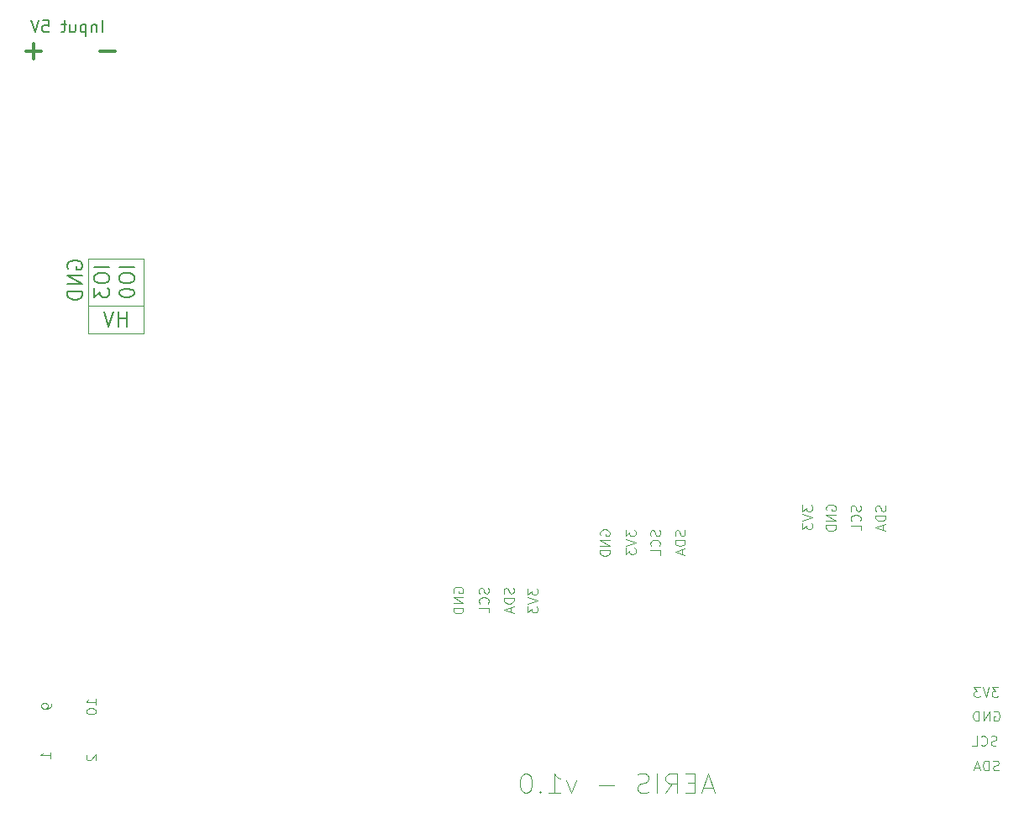
<source format=gbo>
%TF.GenerationSoftware,KiCad,Pcbnew,9.0.5*%
%TF.CreationDate,2025-11-19T18:58:22+01:00*%
%TF.ProjectId,aeris,61657269-732e-46b6-9963-61645f706362,rev?*%
%TF.SameCoordinates,Original*%
%TF.FileFunction,Legend,Bot*%
%TF.FilePolarity,Positive*%
%FSLAX46Y46*%
G04 Gerber Fmt 4.6, Leading zero omitted, Abs format (unit mm)*
G04 Created by KiCad (PCBNEW 9.0.5) date 2025-11-19 18:58:22*
%MOMM*%
%LPD*%
G01*
G04 APERTURE LIST*
%ADD10C,0.100000*%
%ADD11C,0.150000*%
%ADD12C,0.200000*%
%ADD13C,0.300000*%
G04 APERTURE END LIST*
D10*
X134643734Y-101924800D02*
X134500877Y-101972419D01*
X134500877Y-101972419D02*
X134262782Y-101972419D01*
X134262782Y-101972419D02*
X134167544Y-101924800D01*
X134167544Y-101924800D02*
X134119925Y-101877180D01*
X134119925Y-101877180D02*
X134072306Y-101781942D01*
X134072306Y-101781942D02*
X134072306Y-101686704D01*
X134072306Y-101686704D02*
X134119925Y-101591466D01*
X134119925Y-101591466D02*
X134167544Y-101543847D01*
X134167544Y-101543847D02*
X134262782Y-101496228D01*
X134262782Y-101496228D02*
X134453258Y-101448609D01*
X134453258Y-101448609D02*
X134548496Y-101400990D01*
X134548496Y-101400990D02*
X134596115Y-101353371D01*
X134596115Y-101353371D02*
X134643734Y-101258133D01*
X134643734Y-101258133D02*
X134643734Y-101162895D01*
X134643734Y-101162895D02*
X134596115Y-101067657D01*
X134596115Y-101067657D02*
X134548496Y-101020038D01*
X134548496Y-101020038D02*
X134453258Y-100972419D01*
X134453258Y-100972419D02*
X134215163Y-100972419D01*
X134215163Y-100972419D02*
X134072306Y-101020038D01*
X133072306Y-101877180D02*
X133119925Y-101924800D01*
X133119925Y-101924800D02*
X133262782Y-101972419D01*
X133262782Y-101972419D02*
X133358020Y-101972419D01*
X133358020Y-101972419D02*
X133500877Y-101924800D01*
X133500877Y-101924800D02*
X133596115Y-101829561D01*
X133596115Y-101829561D02*
X133643734Y-101734323D01*
X133643734Y-101734323D02*
X133691353Y-101543847D01*
X133691353Y-101543847D02*
X133691353Y-101400990D01*
X133691353Y-101400990D02*
X133643734Y-101210514D01*
X133643734Y-101210514D02*
X133596115Y-101115276D01*
X133596115Y-101115276D02*
X133500877Y-101020038D01*
X133500877Y-101020038D02*
X133358020Y-100972419D01*
X133358020Y-100972419D02*
X133262782Y-100972419D01*
X133262782Y-100972419D02*
X133119925Y-101020038D01*
X133119925Y-101020038D02*
X133072306Y-101067657D01*
X132167544Y-101972419D02*
X132643734Y-101972419D01*
X132643734Y-101972419D02*
X132643734Y-100972419D01*
X134843734Y-104424800D02*
X134700877Y-104472419D01*
X134700877Y-104472419D02*
X134462782Y-104472419D01*
X134462782Y-104472419D02*
X134367544Y-104424800D01*
X134367544Y-104424800D02*
X134319925Y-104377180D01*
X134319925Y-104377180D02*
X134272306Y-104281942D01*
X134272306Y-104281942D02*
X134272306Y-104186704D01*
X134272306Y-104186704D02*
X134319925Y-104091466D01*
X134319925Y-104091466D02*
X134367544Y-104043847D01*
X134367544Y-104043847D02*
X134462782Y-103996228D01*
X134462782Y-103996228D02*
X134653258Y-103948609D01*
X134653258Y-103948609D02*
X134748496Y-103900990D01*
X134748496Y-103900990D02*
X134796115Y-103853371D01*
X134796115Y-103853371D02*
X134843734Y-103758133D01*
X134843734Y-103758133D02*
X134843734Y-103662895D01*
X134843734Y-103662895D02*
X134796115Y-103567657D01*
X134796115Y-103567657D02*
X134748496Y-103520038D01*
X134748496Y-103520038D02*
X134653258Y-103472419D01*
X134653258Y-103472419D02*
X134415163Y-103472419D01*
X134415163Y-103472419D02*
X134272306Y-103520038D01*
X133843734Y-104472419D02*
X133843734Y-103472419D01*
X133843734Y-103472419D02*
X133605639Y-103472419D01*
X133605639Y-103472419D02*
X133462782Y-103520038D01*
X133462782Y-103520038D02*
X133367544Y-103615276D01*
X133367544Y-103615276D02*
X133319925Y-103710514D01*
X133319925Y-103710514D02*
X133272306Y-103900990D01*
X133272306Y-103900990D02*
X133272306Y-104043847D01*
X133272306Y-104043847D02*
X133319925Y-104234323D01*
X133319925Y-104234323D02*
X133367544Y-104329561D01*
X133367544Y-104329561D02*
X133462782Y-104424800D01*
X133462782Y-104424800D02*
X133605639Y-104472419D01*
X133605639Y-104472419D02*
X133843734Y-104472419D01*
X132891353Y-104186704D02*
X132415163Y-104186704D01*
X132986591Y-104472419D02*
X132653258Y-103472419D01*
X132653258Y-103472419D02*
X132319925Y-104472419D01*
X134791353Y-96072419D02*
X134172306Y-96072419D01*
X134172306Y-96072419D02*
X134505639Y-96453371D01*
X134505639Y-96453371D02*
X134362782Y-96453371D01*
X134362782Y-96453371D02*
X134267544Y-96500990D01*
X134267544Y-96500990D02*
X134219925Y-96548609D01*
X134219925Y-96548609D02*
X134172306Y-96643847D01*
X134172306Y-96643847D02*
X134172306Y-96881942D01*
X134172306Y-96881942D02*
X134219925Y-96977180D01*
X134219925Y-96977180D02*
X134267544Y-97024800D01*
X134267544Y-97024800D02*
X134362782Y-97072419D01*
X134362782Y-97072419D02*
X134648496Y-97072419D01*
X134648496Y-97072419D02*
X134743734Y-97024800D01*
X134743734Y-97024800D02*
X134791353Y-96977180D01*
X133886591Y-96072419D02*
X133553258Y-97072419D01*
X133553258Y-97072419D02*
X133219925Y-96072419D01*
X132981829Y-96072419D02*
X132362782Y-96072419D01*
X132362782Y-96072419D02*
X132696115Y-96453371D01*
X132696115Y-96453371D02*
X132553258Y-96453371D01*
X132553258Y-96453371D02*
X132458020Y-96500990D01*
X132458020Y-96500990D02*
X132410401Y-96548609D01*
X132410401Y-96548609D02*
X132362782Y-96643847D01*
X132362782Y-96643847D02*
X132362782Y-96881942D01*
X132362782Y-96881942D02*
X132410401Y-96977180D01*
X132410401Y-96977180D02*
X132458020Y-97024800D01*
X132458020Y-97024800D02*
X132553258Y-97072419D01*
X132553258Y-97072419D02*
X132838972Y-97072419D01*
X132838972Y-97072419D02*
X132934210Y-97024800D01*
X132934210Y-97024800D02*
X132981829Y-96977180D01*
X134372306Y-98520038D02*
X134467544Y-98472419D01*
X134467544Y-98472419D02*
X134610401Y-98472419D01*
X134610401Y-98472419D02*
X134753258Y-98520038D01*
X134753258Y-98520038D02*
X134848496Y-98615276D01*
X134848496Y-98615276D02*
X134896115Y-98710514D01*
X134896115Y-98710514D02*
X134943734Y-98900990D01*
X134943734Y-98900990D02*
X134943734Y-99043847D01*
X134943734Y-99043847D02*
X134896115Y-99234323D01*
X134896115Y-99234323D02*
X134848496Y-99329561D01*
X134848496Y-99329561D02*
X134753258Y-99424800D01*
X134753258Y-99424800D02*
X134610401Y-99472419D01*
X134610401Y-99472419D02*
X134515163Y-99472419D01*
X134515163Y-99472419D02*
X134372306Y-99424800D01*
X134372306Y-99424800D02*
X134324687Y-99377180D01*
X134324687Y-99377180D02*
X134324687Y-99043847D01*
X134324687Y-99043847D02*
X134515163Y-99043847D01*
X133896115Y-99472419D02*
X133896115Y-98472419D01*
X133896115Y-98472419D02*
X133324687Y-99472419D01*
X133324687Y-99472419D02*
X133324687Y-98472419D01*
X132848496Y-99472419D02*
X132848496Y-98472419D01*
X132848496Y-98472419D02*
X132610401Y-98472419D01*
X132610401Y-98472419D02*
X132467544Y-98520038D01*
X132467544Y-98520038D02*
X132372306Y-98615276D01*
X132372306Y-98615276D02*
X132324687Y-98710514D01*
X132324687Y-98710514D02*
X132277068Y-98900990D01*
X132277068Y-98900990D02*
X132277068Y-99043847D01*
X132277068Y-99043847D02*
X132324687Y-99234323D01*
X132324687Y-99234323D02*
X132372306Y-99329561D01*
X132372306Y-99329561D02*
X132467544Y-99424800D01*
X132467544Y-99424800D02*
X132610401Y-99472419D01*
X132610401Y-99472419D02*
X132848496Y-99472419D01*
X123403800Y-77756265D02*
X123451419Y-77899122D01*
X123451419Y-77899122D02*
X123451419Y-78137217D01*
X123451419Y-78137217D02*
X123403800Y-78232455D01*
X123403800Y-78232455D02*
X123356180Y-78280074D01*
X123356180Y-78280074D02*
X123260942Y-78327693D01*
X123260942Y-78327693D02*
X123165704Y-78327693D01*
X123165704Y-78327693D02*
X123070466Y-78280074D01*
X123070466Y-78280074D02*
X123022847Y-78232455D01*
X123022847Y-78232455D02*
X122975228Y-78137217D01*
X122975228Y-78137217D02*
X122927609Y-77946741D01*
X122927609Y-77946741D02*
X122879990Y-77851503D01*
X122879990Y-77851503D02*
X122832371Y-77803884D01*
X122832371Y-77803884D02*
X122737133Y-77756265D01*
X122737133Y-77756265D02*
X122641895Y-77756265D01*
X122641895Y-77756265D02*
X122546657Y-77803884D01*
X122546657Y-77803884D02*
X122499038Y-77851503D01*
X122499038Y-77851503D02*
X122451419Y-77946741D01*
X122451419Y-77946741D02*
X122451419Y-78184836D01*
X122451419Y-78184836D02*
X122499038Y-78327693D01*
X123451419Y-78756265D02*
X122451419Y-78756265D01*
X122451419Y-78756265D02*
X122451419Y-78994360D01*
X122451419Y-78994360D02*
X122499038Y-79137217D01*
X122499038Y-79137217D02*
X122594276Y-79232455D01*
X122594276Y-79232455D02*
X122689514Y-79280074D01*
X122689514Y-79280074D02*
X122879990Y-79327693D01*
X122879990Y-79327693D02*
X123022847Y-79327693D01*
X123022847Y-79327693D02*
X123213323Y-79280074D01*
X123213323Y-79280074D02*
X123308561Y-79232455D01*
X123308561Y-79232455D02*
X123403800Y-79137217D01*
X123403800Y-79137217D02*
X123451419Y-78994360D01*
X123451419Y-78994360D02*
X123451419Y-78756265D01*
X123165704Y-79708646D02*
X123165704Y-80184836D01*
X123451419Y-79613408D02*
X122451419Y-79946741D01*
X122451419Y-79946741D02*
X123451419Y-80280074D01*
X115051419Y-77708646D02*
X115051419Y-78327693D01*
X115051419Y-78327693D02*
X115432371Y-77994360D01*
X115432371Y-77994360D02*
X115432371Y-78137217D01*
X115432371Y-78137217D02*
X115479990Y-78232455D01*
X115479990Y-78232455D02*
X115527609Y-78280074D01*
X115527609Y-78280074D02*
X115622847Y-78327693D01*
X115622847Y-78327693D02*
X115860942Y-78327693D01*
X115860942Y-78327693D02*
X115956180Y-78280074D01*
X115956180Y-78280074D02*
X116003800Y-78232455D01*
X116003800Y-78232455D02*
X116051419Y-78137217D01*
X116051419Y-78137217D02*
X116051419Y-77851503D01*
X116051419Y-77851503D02*
X116003800Y-77756265D01*
X116003800Y-77756265D02*
X115956180Y-77708646D01*
X115051419Y-78613408D02*
X116051419Y-78946741D01*
X116051419Y-78946741D02*
X115051419Y-79280074D01*
X115051419Y-79518170D02*
X115051419Y-80137217D01*
X115051419Y-80137217D02*
X115432371Y-79803884D01*
X115432371Y-79803884D02*
X115432371Y-79946741D01*
X115432371Y-79946741D02*
X115479990Y-80041979D01*
X115479990Y-80041979D02*
X115527609Y-80089598D01*
X115527609Y-80089598D02*
X115622847Y-80137217D01*
X115622847Y-80137217D02*
X115860942Y-80137217D01*
X115860942Y-80137217D02*
X115956180Y-80089598D01*
X115956180Y-80089598D02*
X116003800Y-80041979D01*
X116003800Y-80041979D02*
X116051419Y-79946741D01*
X116051419Y-79946741D02*
X116051419Y-79661027D01*
X116051419Y-79661027D02*
X116003800Y-79565789D01*
X116003800Y-79565789D02*
X115956180Y-79518170D01*
X120903800Y-77756265D02*
X120951419Y-77899122D01*
X120951419Y-77899122D02*
X120951419Y-78137217D01*
X120951419Y-78137217D02*
X120903800Y-78232455D01*
X120903800Y-78232455D02*
X120856180Y-78280074D01*
X120856180Y-78280074D02*
X120760942Y-78327693D01*
X120760942Y-78327693D02*
X120665704Y-78327693D01*
X120665704Y-78327693D02*
X120570466Y-78280074D01*
X120570466Y-78280074D02*
X120522847Y-78232455D01*
X120522847Y-78232455D02*
X120475228Y-78137217D01*
X120475228Y-78137217D02*
X120427609Y-77946741D01*
X120427609Y-77946741D02*
X120379990Y-77851503D01*
X120379990Y-77851503D02*
X120332371Y-77803884D01*
X120332371Y-77803884D02*
X120237133Y-77756265D01*
X120237133Y-77756265D02*
X120141895Y-77756265D01*
X120141895Y-77756265D02*
X120046657Y-77803884D01*
X120046657Y-77803884D02*
X119999038Y-77851503D01*
X119999038Y-77851503D02*
X119951419Y-77946741D01*
X119951419Y-77946741D02*
X119951419Y-78184836D01*
X119951419Y-78184836D02*
X119999038Y-78327693D01*
X120856180Y-79327693D02*
X120903800Y-79280074D01*
X120903800Y-79280074D02*
X120951419Y-79137217D01*
X120951419Y-79137217D02*
X120951419Y-79041979D01*
X120951419Y-79041979D02*
X120903800Y-78899122D01*
X120903800Y-78899122D02*
X120808561Y-78803884D01*
X120808561Y-78803884D02*
X120713323Y-78756265D01*
X120713323Y-78756265D02*
X120522847Y-78708646D01*
X120522847Y-78708646D02*
X120379990Y-78708646D01*
X120379990Y-78708646D02*
X120189514Y-78756265D01*
X120189514Y-78756265D02*
X120094276Y-78803884D01*
X120094276Y-78803884D02*
X119999038Y-78899122D01*
X119999038Y-78899122D02*
X119951419Y-79041979D01*
X119951419Y-79041979D02*
X119951419Y-79137217D01*
X119951419Y-79137217D02*
X119999038Y-79280074D01*
X119999038Y-79280074D02*
X120046657Y-79327693D01*
X120951419Y-80232455D02*
X120951419Y-79756265D01*
X120951419Y-79756265D02*
X119951419Y-79756265D01*
X117499038Y-78227693D02*
X117451419Y-78132455D01*
X117451419Y-78132455D02*
X117451419Y-77989598D01*
X117451419Y-77989598D02*
X117499038Y-77846741D01*
X117499038Y-77846741D02*
X117594276Y-77751503D01*
X117594276Y-77751503D02*
X117689514Y-77703884D01*
X117689514Y-77703884D02*
X117879990Y-77656265D01*
X117879990Y-77656265D02*
X118022847Y-77656265D01*
X118022847Y-77656265D02*
X118213323Y-77703884D01*
X118213323Y-77703884D02*
X118308561Y-77751503D01*
X118308561Y-77751503D02*
X118403800Y-77846741D01*
X118403800Y-77846741D02*
X118451419Y-77989598D01*
X118451419Y-77989598D02*
X118451419Y-78084836D01*
X118451419Y-78084836D02*
X118403800Y-78227693D01*
X118403800Y-78227693D02*
X118356180Y-78275312D01*
X118356180Y-78275312D02*
X118022847Y-78275312D01*
X118022847Y-78275312D02*
X118022847Y-78084836D01*
X118451419Y-78703884D02*
X117451419Y-78703884D01*
X117451419Y-78703884D02*
X118451419Y-79275312D01*
X118451419Y-79275312D02*
X117451419Y-79275312D01*
X118451419Y-79751503D02*
X117451419Y-79751503D01*
X117451419Y-79751503D02*
X117451419Y-79989598D01*
X117451419Y-79989598D02*
X117499038Y-80132455D01*
X117499038Y-80132455D02*
X117594276Y-80227693D01*
X117594276Y-80227693D02*
X117689514Y-80275312D01*
X117689514Y-80275312D02*
X117879990Y-80322931D01*
X117879990Y-80322931D02*
X118022847Y-80322931D01*
X118022847Y-80322931D02*
X118213323Y-80275312D01*
X118213323Y-80275312D02*
X118308561Y-80227693D01*
X118308561Y-80227693D02*
X118403800Y-80132455D01*
X118403800Y-80132455D02*
X118451419Y-79989598D01*
X118451419Y-79989598D02*
X118451419Y-79751503D01*
X97251419Y-80228646D02*
X97251419Y-80847693D01*
X97251419Y-80847693D02*
X97632371Y-80514360D01*
X97632371Y-80514360D02*
X97632371Y-80657217D01*
X97632371Y-80657217D02*
X97679990Y-80752455D01*
X97679990Y-80752455D02*
X97727609Y-80800074D01*
X97727609Y-80800074D02*
X97822847Y-80847693D01*
X97822847Y-80847693D02*
X98060942Y-80847693D01*
X98060942Y-80847693D02*
X98156180Y-80800074D01*
X98156180Y-80800074D02*
X98203800Y-80752455D01*
X98203800Y-80752455D02*
X98251419Y-80657217D01*
X98251419Y-80657217D02*
X98251419Y-80371503D01*
X98251419Y-80371503D02*
X98203800Y-80276265D01*
X98203800Y-80276265D02*
X98156180Y-80228646D01*
X97251419Y-81133408D02*
X98251419Y-81466741D01*
X98251419Y-81466741D02*
X97251419Y-81800074D01*
X97251419Y-82038170D02*
X97251419Y-82657217D01*
X97251419Y-82657217D02*
X97632371Y-82323884D01*
X97632371Y-82323884D02*
X97632371Y-82466741D01*
X97632371Y-82466741D02*
X97679990Y-82561979D01*
X97679990Y-82561979D02*
X97727609Y-82609598D01*
X97727609Y-82609598D02*
X97822847Y-82657217D01*
X97822847Y-82657217D02*
X98060942Y-82657217D01*
X98060942Y-82657217D02*
X98156180Y-82609598D01*
X98156180Y-82609598D02*
X98203800Y-82561979D01*
X98203800Y-82561979D02*
X98251419Y-82466741D01*
X98251419Y-82466741D02*
X98251419Y-82181027D01*
X98251419Y-82181027D02*
X98203800Y-82085789D01*
X98203800Y-82085789D02*
X98156180Y-82038170D01*
X103183800Y-80256265D02*
X103231419Y-80399122D01*
X103231419Y-80399122D02*
X103231419Y-80637217D01*
X103231419Y-80637217D02*
X103183800Y-80732455D01*
X103183800Y-80732455D02*
X103136180Y-80780074D01*
X103136180Y-80780074D02*
X103040942Y-80827693D01*
X103040942Y-80827693D02*
X102945704Y-80827693D01*
X102945704Y-80827693D02*
X102850466Y-80780074D01*
X102850466Y-80780074D02*
X102802847Y-80732455D01*
X102802847Y-80732455D02*
X102755228Y-80637217D01*
X102755228Y-80637217D02*
X102707609Y-80446741D01*
X102707609Y-80446741D02*
X102659990Y-80351503D01*
X102659990Y-80351503D02*
X102612371Y-80303884D01*
X102612371Y-80303884D02*
X102517133Y-80256265D01*
X102517133Y-80256265D02*
X102421895Y-80256265D01*
X102421895Y-80256265D02*
X102326657Y-80303884D01*
X102326657Y-80303884D02*
X102279038Y-80351503D01*
X102279038Y-80351503D02*
X102231419Y-80446741D01*
X102231419Y-80446741D02*
X102231419Y-80684836D01*
X102231419Y-80684836D02*
X102279038Y-80827693D01*
X103231419Y-81256265D02*
X102231419Y-81256265D01*
X102231419Y-81256265D02*
X102231419Y-81494360D01*
X102231419Y-81494360D02*
X102279038Y-81637217D01*
X102279038Y-81637217D02*
X102374276Y-81732455D01*
X102374276Y-81732455D02*
X102469514Y-81780074D01*
X102469514Y-81780074D02*
X102659990Y-81827693D01*
X102659990Y-81827693D02*
X102802847Y-81827693D01*
X102802847Y-81827693D02*
X102993323Y-81780074D01*
X102993323Y-81780074D02*
X103088561Y-81732455D01*
X103088561Y-81732455D02*
X103183800Y-81637217D01*
X103183800Y-81637217D02*
X103231419Y-81494360D01*
X103231419Y-81494360D02*
X103231419Y-81256265D01*
X102945704Y-82208646D02*
X102945704Y-82684836D01*
X103231419Y-82113408D02*
X102231419Y-82446741D01*
X102231419Y-82446741D02*
X103231419Y-82780074D01*
X94699038Y-80747693D02*
X94651419Y-80652455D01*
X94651419Y-80652455D02*
X94651419Y-80509598D01*
X94651419Y-80509598D02*
X94699038Y-80366741D01*
X94699038Y-80366741D02*
X94794276Y-80271503D01*
X94794276Y-80271503D02*
X94889514Y-80223884D01*
X94889514Y-80223884D02*
X95079990Y-80176265D01*
X95079990Y-80176265D02*
X95222847Y-80176265D01*
X95222847Y-80176265D02*
X95413323Y-80223884D01*
X95413323Y-80223884D02*
X95508561Y-80271503D01*
X95508561Y-80271503D02*
X95603800Y-80366741D01*
X95603800Y-80366741D02*
X95651419Y-80509598D01*
X95651419Y-80509598D02*
X95651419Y-80604836D01*
X95651419Y-80604836D02*
X95603800Y-80747693D01*
X95603800Y-80747693D02*
X95556180Y-80795312D01*
X95556180Y-80795312D02*
X95222847Y-80795312D01*
X95222847Y-80795312D02*
X95222847Y-80604836D01*
X95651419Y-81223884D02*
X94651419Y-81223884D01*
X94651419Y-81223884D02*
X95651419Y-81795312D01*
X95651419Y-81795312D02*
X94651419Y-81795312D01*
X95651419Y-82271503D02*
X94651419Y-82271503D01*
X94651419Y-82271503D02*
X94651419Y-82509598D01*
X94651419Y-82509598D02*
X94699038Y-82652455D01*
X94699038Y-82652455D02*
X94794276Y-82747693D01*
X94794276Y-82747693D02*
X94889514Y-82795312D01*
X94889514Y-82795312D02*
X95079990Y-82842931D01*
X95079990Y-82842931D02*
X95222847Y-82842931D01*
X95222847Y-82842931D02*
X95413323Y-82795312D01*
X95413323Y-82795312D02*
X95508561Y-82747693D01*
X95508561Y-82747693D02*
X95603800Y-82652455D01*
X95603800Y-82652455D02*
X95651419Y-82509598D01*
X95651419Y-82509598D02*
X95651419Y-82271503D01*
X100683800Y-80256265D02*
X100731419Y-80399122D01*
X100731419Y-80399122D02*
X100731419Y-80637217D01*
X100731419Y-80637217D02*
X100683800Y-80732455D01*
X100683800Y-80732455D02*
X100636180Y-80780074D01*
X100636180Y-80780074D02*
X100540942Y-80827693D01*
X100540942Y-80827693D02*
X100445704Y-80827693D01*
X100445704Y-80827693D02*
X100350466Y-80780074D01*
X100350466Y-80780074D02*
X100302847Y-80732455D01*
X100302847Y-80732455D02*
X100255228Y-80637217D01*
X100255228Y-80637217D02*
X100207609Y-80446741D01*
X100207609Y-80446741D02*
X100159990Y-80351503D01*
X100159990Y-80351503D02*
X100112371Y-80303884D01*
X100112371Y-80303884D02*
X100017133Y-80256265D01*
X100017133Y-80256265D02*
X99921895Y-80256265D01*
X99921895Y-80256265D02*
X99826657Y-80303884D01*
X99826657Y-80303884D02*
X99779038Y-80351503D01*
X99779038Y-80351503D02*
X99731419Y-80446741D01*
X99731419Y-80446741D02*
X99731419Y-80684836D01*
X99731419Y-80684836D02*
X99779038Y-80827693D01*
X100636180Y-81827693D02*
X100683800Y-81780074D01*
X100683800Y-81780074D02*
X100731419Y-81637217D01*
X100731419Y-81637217D02*
X100731419Y-81541979D01*
X100731419Y-81541979D02*
X100683800Y-81399122D01*
X100683800Y-81399122D02*
X100588561Y-81303884D01*
X100588561Y-81303884D02*
X100493323Y-81256265D01*
X100493323Y-81256265D02*
X100302847Y-81208646D01*
X100302847Y-81208646D02*
X100159990Y-81208646D01*
X100159990Y-81208646D02*
X99969514Y-81256265D01*
X99969514Y-81256265D02*
X99874276Y-81303884D01*
X99874276Y-81303884D02*
X99779038Y-81399122D01*
X99779038Y-81399122D02*
X99731419Y-81541979D01*
X99731419Y-81541979D02*
X99731419Y-81637217D01*
X99731419Y-81637217D02*
X99779038Y-81780074D01*
X99779038Y-81780074D02*
X99826657Y-81827693D01*
X100731419Y-82732455D02*
X100731419Y-82256265D01*
X100731419Y-82256265D02*
X99731419Y-82256265D01*
X79920038Y-86527693D02*
X79872419Y-86432455D01*
X79872419Y-86432455D02*
X79872419Y-86289598D01*
X79872419Y-86289598D02*
X79920038Y-86146741D01*
X79920038Y-86146741D02*
X80015276Y-86051503D01*
X80015276Y-86051503D02*
X80110514Y-86003884D01*
X80110514Y-86003884D02*
X80300990Y-85956265D01*
X80300990Y-85956265D02*
X80443847Y-85956265D01*
X80443847Y-85956265D02*
X80634323Y-86003884D01*
X80634323Y-86003884D02*
X80729561Y-86051503D01*
X80729561Y-86051503D02*
X80824800Y-86146741D01*
X80824800Y-86146741D02*
X80872419Y-86289598D01*
X80872419Y-86289598D02*
X80872419Y-86384836D01*
X80872419Y-86384836D02*
X80824800Y-86527693D01*
X80824800Y-86527693D02*
X80777180Y-86575312D01*
X80777180Y-86575312D02*
X80443847Y-86575312D01*
X80443847Y-86575312D02*
X80443847Y-86384836D01*
X80872419Y-87003884D02*
X79872419Y-87003884D01*
X79872419Y-87003884D02*
X80872419Y-87575312D01*
X80872419Y-87575312D02*
X79872419Y-87575312D01*
X80872419Y-88051503D02*
X79872419Y-88051503D01*
X79872419Y-88051503D02*
X79872419Y-88289598D01*
X79872419Y-88289598D02*
X79920038Y-88432455D01*
X79920038Y-88432455D02*
X80015276Y-88527693D01*
X80015276Y-88527693D02*
X80110514Y-88575312D01*
X80110514Y-88575312D02*
X80300990Y-88622931D01*
X80300990Y-88622931D02*
X80443847Y-88622931D01*
X80443847Y-88622931D02*
X80634323Y-88575312D01*
X80634323Y-88575312D02*
X80729561Y-88527693D01*
X80729561Y-88527693D02*
X80824800Y-88432455D01*
X80824800Y-88432455D02*
X80872419Y-88289598D01*
X80872419Y-88289598D02*
X80872419Y-88051503D01*
X83424800Y-86056265D02*
X83472419Y-86199122D01*
X83472419Y-86199122D02*
X83472419Y-86437217D01*
X83472419Y-86437217D02*
X83424800Y-86532455D01*
X83424800Y-86532455D02*
X83377180Y-86580074D01*
X83377180Y-86580074D02*
X83281942Y-86627693D01*
X83281942Y-86627693D02*
X83186704Y-86627693D01*
X83186704Y-86627693D02*
X83091466Y-86580074D01*
X83091466Y-86580074D02*
X83043847Y-86532455D01*
X83043847Y-86532455D02*
X82996228Y-86437217D01*
X82996228Y-86437217D02*
X82948609Y-86246741D01*
X82948609Y-86246741D02*
X82900990Y-86151503D01*
X82900990Y-86151503D02*
X82853371Y-86103884D01*
X82853371Y-86103884D02*
X82758133Y-86056265D01*
X82758133Y-86056265D02*
X82662895Y-86056265D01*
X82662895Y-86056265D02*
X82567657Y-86103884D01*
X82567657Y-86103884D02*
X82520038Y-86151503D01*
X82520038Y-86151503D02*
X82472419Y-86246741D01*
X82472419Y-86246741D02*
X82472419Y-86484836D01*
X82472419Y-86484836D02*
X82520038Y-86627693D01*
X83377180Y-87627693D02*
X83424800Y-87580074D01*
X83424800Y-87580074D02*
X83472419Y-87437217D01*
X83472419Y-87437217D02*
X83472419Y-87341979D01*
X83472419Y-87341979D02*
X83424800Y-87199122D01*
X83424800Y-87199122D02*
X83329561Y-87103884D01*
X83329561Y-87103884D02*
X83234323Y-87056265D01*
X83234323Y-87056265D02*
X83043847Y-87008646D01*
X83043847Y-87008646D02*
X82900990Y-87008646D01*
X82900990Y-87008646D02*
X82710514Y-87056265D01*
X82710514Y-87056265D02*
X82615276Y-87103884D01*
X82615276Y-87103884D02*
X82520038Y-87199122D01*
X82520038Y-87199122D02*
X82472419Y-87341979D01*
X82472419Y-87341979D02*
X82472419Y-87437217D01*
X82472419Y-87437217D02*
X82520038Y-87580074D01*
X82520038Y-87580074D02*
X82567657Y-87627693D01*
X83472419Y-88532455D02*
X83472419Y-88056265D01*
X83472419Y-88056265D02*
X82472419Y-88056265D01*
X85924800Y-86056265D02*
X85972419Y-86199122D01*
X85972419Y-86199122D02*
X85972419Y-86437217D01*
X85972419Y-86437217D02*
X85924800Y-86532455D01*
X85924800Y-86532455D02*
X85877180Y-86580074D01*
X85877180Y-86580074D02*
X85781942Y-86627693D01*
X85781942Y-86627693D02*
X85686704Y-86627693D01*
X85686704Y-86627693D02*
X85591466Y-86580074D01*
X85591466Y-86580074D02*
X85543847Y-86532455D01*
X85543847Y-86532455D02*
X85496228Y-86437217D01*
X85496228Y-86437217D02*
X85448609Y-86246741D01*
X85448609Y-86246741D02*
X85400990Y-86151503D01*
X85400990Y-86151503D02*
X85353371Y-86103884D01*
X85353371Y-86103884D02*
X85258133Y-86056265D01*
X85258133Y-86056265D02*
X85162895Y-86056265D01*
X85162895Y-86056265D02*
X85067657Y-86103884D01*
X85067657Y-86103884D02*
X85020038Y-86151503D01*
X85020038Y-86151503D02*
X84972419Y-86246741D01*
X84972419Y-86246741D02*
X84972419Y-86484836D01*
X84972419Y-86484836D02*
X85020038Y-86627693D01*
X85972419Y-87056265D02*
X84972419Y-87056265D01*
X84972419Y-87056265D02*
X84972419Y-87294360D01*
X84972419Y-87294360D02*
X85020038Y-87437217D01*
X85020038Y-87437217D02*
X85115276Y-87532455D01*
X85115276Y-87532455D02*
X85210514Y-87580074D01*
X85210514Y-87580074D02*
X85400990Y-87627693D01*
X85400990Y-87627693D02*
X85543847Y-87627693D01*
X85543847Y-87627693D02*
X85734323Y-87580074D01*
X85734323Y-87580074D02*
X85829561Y-87532455D01*
X85829561Y-87532455D02*
X85924800Y-87437217D01*
X85924800Y-87437217D02*
X85972419Y-87294360D01*
X85972419Y-87294360D02*
X85972419Y-87056265D01*
X85686704Y-88008646D02*
X85686704Y-88484836D01*
X85972419Y-87913408D02*
X84972419Y-88246741D01*
X84972419Y-88246741D02*
X85972419Y-88580074D01*
X87372419Y-86108646D02*
X87372419Y-86727693D01*
X87372419Y-86727693D02*
X87753371Y-86394360D01*
X87753371Y-86394360D02*
X87753371Y-86537217D01*
X87753371Y-86537217D02*
X87800990Y-86632455D01*
X87800990Y-86632455D02*
X87848609Y-86680074D01*
X87848609Y-86680074D02*
X87943847Y-86727693D01*
X87943847Y-86727693D02*
X88181942Y-86727693D01*
X88181942Y-86727693D02*
X88277180Y-86680074D01*
X88277180Y-86680074D02*
X88324800Y-86632455D01*
X88324800Y-86632455D02*
X88372419Y-86537217D01*
X88372419Y-86537217D02*
X88372419Y-86251503D01*
X88372419Y-86251503D02*
X88324800Y-86156265D01*
X88324800Y-86156265D02*
X88277180Y-86108646D01*
X87372419Y-87013408D02*
X88372419Y-87346741D01*
X88372419Y-87346741D02*
X87372419Y-87680074D01*
X87372419Y-87918170D02*
X87372419Y-88537217D01*
X87372419Y-88537217D02*
X87753371Y-88203884D01*
X87753371Y-88203884D02*
X87753371Y-88346741D01*
X87753371Y-88346741D02*
X87800990Y-88441979D01*
X87800990Y-88441979D02*
X87848609Y-88489598D01*
X87848609Y-88489598D02*
X87943847Y-88537217D01*
X87943847Y-88537217D02*
X88181942Y-88537217D01*
X88181942Y-88537217D02*
X88277180Y-88489598D01*
X88277180Y-88489598D02*
X88324800Y-88441979D01*
X88324800Y-88441979D02*
X88372419Y-88346741D01*
X88372419Y-88346741D02*
X88372419Y-88061027D01*
X88372419Y-88061027D02*
X88324800Y-87965789D01*
X88324800Y-87965789D02*
X88277180Y-87918170D01*
D11*
X44515601Y-30045342D02*
X44515601Y-28845342D01*
X43944172Y-29245342D02*
X43944172Y-30045342D01*
X43944172Y-29359628D02*
X43887029Y-29302485D01*
X43887029Y-29302485D02*
X43772744Y-29245342D01*
X43772744Y-29245342D02*
X43601315Y-29245342D01*
X43601315Y-29245342D02*
X43487029Y-29302485D01*
X43487029Y-29302485D02*
X43429887Y-29416771D01*
X43429887Y-29416771D02*
X43429887Y-30045342D01*
X42858458Y-29245342D02*
X42858458Y-30445342D01*
X42858458Y-29302485D02*
X42744173Y-29245342D01*
X42744173Y-29245342D02*
X42515601Y-29245342D01*
X42515601Y-29245342D02*
X42401315Y-29302485D01*
X42401315Y-29302485D02*
X42344173Y-29359628D01*
X42344173Y-29359628D02*
X42287030Y-29473914D01*
X42287030Y-29473914D02*
X42287030Y-29816771D01*
X42287030Y-29816771D02*
X42344173Y-29931057D01*
X42344173Y-29931057D02*
X42401315Y-29988200D01*
X42401315Y-29988200D02*
X42515601Y-30045342D01*
X42515601Y-30045342D02*
X42744173Y-30045342D01*
X42744173Y-30045342D02*
X42858458Y-29988200D01*
X41258459Y-29245342D02*
X41258459Y-30045342D01*
X41772744Y-29245342D02*
X41772744Y-29873914D01*
X41772744Y-29873914D02*
X41715601Y-29988200D01*
X41715601Y-29988200D02*
X41601316Y-30045342D01*
X41601316Y-30045342D02*
X41429887Y-30045342D01*
X41429887Y-30045342D02*
X41315601Y-29988200D01*
X41315601Y-29988200D02*
X41258459Y-29931057D01*
X40858459Y-29245342D02*
X40401316Y-29245342D01*
X40687030Y-28845342D02*
X40687030Y-29873914D01*
X40687030Y-29873914D02*
X40629887Y-29988200D01*
X40629887Y-29988200D02*
X40515602Y-30045342D01*
X40515602Y-30045342D02*
X40401316Y-30045342D01*
X38515602Y-28845342D02*
X39087030Y-28845342D01*
X39087030Y-28845342D02*
X39144173Y-29416771D01*
X39144173Y-29416771D02*
X39087030Y-29359628D01*
X39087030Y-29359628D02*
X38972745Y-29302485D01*
X38972745Y-29302485D02*
X38687030Y-29302485D01*
X38687030Y-29302485D02*
X38572745Y-29359628D01*
X38572745Y-29359628D02*
X38515602Y-29416771D01*
X38515602Y-29416771D02*
X38458459Y-29531057D01*
X38458459Y-29531057D02*
X38458459Y-29816771D01*
X38458459Y-29816771D02*
X38515602Y-29931057D01*
X38515602Y-29931057D02*
X38572745Y-29988200D01*
X38572745Y-29988200D02*
X38687030Y-30045342D01*
X38687030Y-30045342D02*
X38972745Y-30045342D01*
X38972745Y-30045342D02*
X39087030Y-29988200D01*
X39087030Y-29988200D02*
X39144173Y-29931057D01*
X38115602Y-28845342D02*
X37715602Y-30045342D01*
X37715602Y-30045342D02*
X37315602Y-28845342D01*
D10*
X43100000Y-52900000D02*
X48700000Y-52900000D01*
X48700000Y-57600000D01*
X43100000Y-57600000D01*
X43100000Y-52900000D01*
X43100000Y-57600000D02*
X48700000Y-57600000D01*
X48700000Y-60400000D01*
X43100000Y-60400000D01*
X43100000Y-57600000D01*
X42967657Y-102856265D02*
X42920038Y-102903884D01*
X42920038Y-102903884D02*
X42872419Y-102999122D01*
X42872419Y-102999122D02*
X42872419Y-103237217D01*
X42872419Y-103237217D02*
X42920038Y-103332455D01*
X42920038Y-103332455D02*
X42967657Y-103380074D01*
X42967657Y-103380074D02*
X43062895Y-103427693D01*
X43062895Y-103427693D02*
X43158133Y-103427693D01*
X43158133Y-103427693D02*
X43300990Y-103380074D01*
X43300990Y-103380074D02*
X43872419Y-102808646D01*
X43872419Y-102808646D02*
X43872419Y-103427693D01*
D12*
X47011279Y-59706028D02*
X47011279Y-58206028D01*
X47011279Y-58920314D02*
X46154136Y-58920314D01*
X46154136Y-59706028D02*
X46154136Y-58206028D01*
X45654135Y-58206028D02*
X45154135Y-59706028D01*
X45154135Y-59706028D02*
X44654135Y-58206028D01*
D13*
X45826441Y-31977733D02*
X44302632Y-31977733D01*
D12*
X41077457Y-53874435D02*
X41006028Y-53731578D01*
X41006028Y-53731578D02*
X41006028Y-53517292D01*
X41006028Y-53517292D02*
X41077457Y-53303006D01*
X41077457Y-53303006D02*
X41220314Y-53160149D01*
X41220314Y-53160149D02*
X41363171Y-53088720D01*
X41363171Y-53088720D02*
X41648885Y-53017292D01*
X41648885Y-53017292D02*
X41863171Y-53017292D01*
X41863171Y-53017292D02*
X42148885Y-53088720D01*
X42148885Y-53088720D02*
X42291742Y-53160149D01*
X42291742Y-53160149D02*
X42434600Y-53303006D01*
X42434600Y-53303006D02*
X42506028Y-53517292D01*
X42506028Y-53517292D02*
X42506028Y-53660149D01*
X42506028Y-53660149D02*
X42434600Y-53874435D01*
X42434600Y-53874435D02*
X42363171Y-53945863D01*
X42363171Y-53945863D02*
X41863171Y-53945863D01*
X41863171Y-53945863D02*
X41863171Y-53660149D01*
X42506028Y-54588720D02*
X41006028Y-54588720D01*
X41006028Y-54588720D02*
X42506028Y-55445863D01*
X42506028Y-55445863D02*
X41006028Y-55445863D01*
X42506028Y-56160149D02*
X41006028Y-56160149D01*
X41006028Y-56160149D02*
X41006028Y-56517292D01*
X41006028Y-56517292D02*
X41077457Y-56731578D01*
X41077457Y-56731578D02*
X41220314Y-56874435D01*
X41220314Y-56874435D02*
X41363171Y-56945864D01*
X41363171Y-56945864D02*
X41648885Y-57017292D01*
X41648885Y-57017292D02*
X41863171Y-57017292D01*
X41863171Y-57017292D02*
X42148885Y-56945864D01*
X42148885Y-56945864D02*
X42291742Y-56874435D01*
X42291742Y-56874435D02*
X42434600Y-56731578D01*
X42434600Y-56731578D02*
X42506028Y-56517292D01*
X42506028Y-56517292D02*
X42506028Y-56160149D01*
D10*
X106053258Y-106178609D02*
X105100877Y-106178609D01*
X106243734Y-106750038D02*
X105577068Y-104750038D01*
X105577068Y-104750038D02*
X104910401Y-106750038D01*
X104243734Y-105702419D02*
X103577067Y-105702419D01*
X103291353Y-106750038D02*
X104243734Y-106750038D01*
X104243734Y-106750038D02*
X104243734Y-104750038D01*
X104243734Y-104750038D02*
X103291353Y-104750038D01*
X101291353Y-106750038D02*
X101958020Y-105797657D01*
X102434210Y-106750038D02*
X102434210Y-104750038D01*
X102434210Y-104750038D02*
X101672305Y-104750038D01*
X101672305Y-104750038D02*
X101481829Y-104845276D01*
X101481829Y-104845276D02*
X101386591Y-104940514D01*
X101386591Y-104940514D02*
X101291353Y-105130990D01*
X101291353Y-105130990D02*
X101291353Y-105416704D01*
X101291353Y-105416704D02*
X101386591Y-105607180D01*
X101386591Y-105607180D02*
X101481829Y-105702419D01*
X101481829Y-105702419D02*
X101672305Y-105797657D01*
X101672305Y-105797657D02*
X102434210Y-105797657D01*
X100434210Y-106750038D02*
X100434210Y-104750038D01*
X99577067Y-106654800D02*
X99291353Y-106750038D01*
X99291353Y-106750038D02*
X98815162Y-106750038D01*
X98815162Y-106750038D02*
X98624686Y-106654800D01*
X98624686Y-106654800D02*
X98529448Y-106559561D01*
X98529448Y-106559561D02*
X98434210Y-106369085D01*
X98434210Y-106369085D02*
X98434210Y-106178609D01*
X98434210Y-106178609D02*
X98529448Y-105988133D01*
X98529448Y-105988133D02*
X98624686Y-105892895D01*
X98624686Y-105892895D02*
X98815162Y-105797657D01*
X98815162Y-105797657D02*
X99196115Y-105702419D01*
X99196115Y-105702419D02*
X99386591Y-105607180D01*
X99386591Y-105607180D02*
X99481829Y-105511942D01*
X99481829Y-105511942D02*
X99577067Y-105321466D01*
X99577067Y-105321466D02*
X99577067Y-105130990D01*
X99577067Y-105130990D02*
X99481829Y-104940514D01*
X99481829Y-104940514D02*
X99386591Y-104845276D01*
X99386591Y-104845276D02*
X99196115Y-104750038D01*
X99196115Y-104750038D02*
X98719924Y-104750038D01*
X98719924Y-104750038D02*
X98434210Y-104845276D01*
X96053257Y-105988133D02*
X94529448Y-105988133D01*
X92243733Y-105416704D02*
X91767543Y-106750038D01*
X91767543Y-106750038D02*
X91291352Y-105416704D01*
X89481828Y-106750038D02*
X90624685Y-106750038D01*
X90053257Y-106750038D02*
X90053257Y-104750038D01*
X90053257Y-104750038D02*
X90243733Y-105035752D01*
X90243733Y-105035752D02*
X90434209Y-105226228D01*
X90434209Y-105226228D02*
X90624685Y-105321466D01*
X88624685Y-106559561D02*
X88529447Y-106654800D01*
X88529447Y-106654800D02*
X88624685Y-106750038D01*
X88624685Y-106750038D02*
X88719923Y-106654800D01*
X88719923Y-106654800D02*
X88624685Y-106559561D01*
X88624685Y-106559561D02*
X88624685Y-106750038D01*
X87291352Y-104750038D02*
X87100875Y-104750038D01*
X87100875Y-104750038D02*
X86910399Y-104845276D01*
X86910399Y-104845276D02*
X86815161Y-104940514D01*
X86815161Y-104940514D02*
X86719923Y-105130990D01*
X86719923Y-105130990D02*
X86624685Y-105511942D01*
X86624685Y-105511942D02*
X86624685Y-105988133D01*
X86624685Y-105988133D02*
X86719923Y-106369085D01*
X86719923Y-106369085D02*
X86815161Y-106559561D01*
X86815161Y-106559561D02*
X86910399Y-106654800D01*
X86910399Y-106654800D02*
X87100875Y-106750038D01*
X87100875Y-106750038D02*
X87291352Y-106750038D01*
X87291352Y-106750038D02*
X87481828Y-106654800D01*
X87481828Y-106654800D02*
X87577066Y-106559561D01*
X87577066Y-106559561D02*
X87672304Y-106369085D01*
X87672304Y-106369085D02*
X87767542Y-105988133D01*
X87767542Y-105988133D02*
X87767542Y-105511942D01*
X87767542Y-105511942D02*
X87672304Y-105130990D01*
X87672304Y-105130990D02*
X87577066Y-104940514D01*
X87577066Y-104940514D02*
X87481828Y-104845276D01*
X87481828Y-104845276D02*
X87291352Y-104750038D01*
D12*
X47706028Y-53688720D02*
X46206028Y-53688720D01*
X46206028Y-54688721D02*
X46206028Y-54974435D01*
X46206028Y-54974435D02*
X46277457Y-55117292D01*
X46277457Y-55117292D02*
X46420314Y-55260149D01*
X46420314Y-55260149D02*
X46706028Y-55331578D01*
X46706028Y-55331578D02*
X47206028Y-55331578D01*
X47206028Y-55331578D02*
X47491742Y-55260149D01*
X47491742Y-55260149D02*
X47634600Y-55117292D01*
X47634600Y-55117292D02*
X47706028Y-54974435D01*
X47706028Y-54974435D02*
X47706028Y-54688721D01*
X47706028Y-54688721D02*
X47634600Y-54545864D01*
X47634600Y-54545864D02*
X47491742Y-54403006D01*
X47491742Y-54403006D02*
X47206028Y-54331578D01*
X47206028Y-54331578D02*
X46706028Y-54331578D01*
X46706028Y-54331578D02*
X46420314Y-54403006D01*
X46420314Y-54403006D02*
X46277457Y-54545864D01*
X46277457Y-54545864D02*
X46206028Y-54688721D01*
X46206028Y-56260150D02*
X46206028Y-56403007D01*
X46206028Y-56403007D02*
X46277457Y-56545864D01*
X46277457Y-56545864D02*
X46348885Y-56617293D01*
X46348885Y-56617293D02*
X46491742Y-56688721D01*
X46491742Y-56688721D02*
X46777457Y-56760150D01*
X46777457Y-56760150D02*
X47134600Y-56760150D01*
X47134600Y-56760150D02*
X47420314Y-56688721D01*
X47420314Y-56688721D02*
X47563171Y-56617293D01*
X47563171Y-56617293D02*
X47634600Y-56545864D01*
X47634600Y-56545864D02*
X47706028Y-56403007D01*
X47706028Y-56403007D02*
X47706028Y-56260150D01*
X47706028Y-56260150D02*
X47634600Y-56117293D01*
X47634600Y-56117293D02*
X47563171Y-56045864D01*
X47563171Y-56045864D02*
X47420314Y-55974435D01*
X47420314Y-55974435D02*
X47134600Y-55903007D01*
X47134600Y-55903007D02*
X46777457Y-55903007D01*
X46777457Y-55903007D02*
X46491742Y-55974435D01*
X46491742Y-55974435D02*
X46348885Y-56045864D01*
X46348885Y-56045864D02*
X46277457Y-56117293D01*
X46277457Y-56117293D02*
X46206028Y-56260150D01*
D10*
X39272419Y-103227693D02*
X39272419Y-102656265D01*
X39272419Y-102941979D02*
X38272419Y-102941979D01*
X38272419Y-102941979D02*
X38415276Y-102846741D01*
X38415276Y-102846741D02*
X38510514Y-102751503D01*
X38510514Y-102751503D02*
X38558133Y-102656265D01*
X39372419Y-97751503D02*
X39372419Y-97941979D01*
X39372419Y-97941979D02*
X39324800Y-98037217D01*
X39324800Y-98037217D02*
X39277180Y-98084836D01*
X39277180Y-98084836D02*
X39134323Y-98180074D01*
X39134323Y-98180074D02*
X38943847Y-98227693D01*
X38943847Y-98227693D02*
X38562895Y-98227693D01*
X38562895Y-98227693D02*
X38467657Y-98180074D01*
X38467657Y-98180074D02*
X38420038Y-98132455D01*
X38420038Y-98132455D02*
X38372419Y-98037217D01*
X38372419Y-98037217D02*
X38372419Y-97846741D01*
X38372419Y-97846741D02*
X38420038Y-97751503D01*
X38420038Y-97751503D02*
X38467657Y-97703884D01*
X38467657Y-97703884D02*
X38562895Y-97656265D01*
X38562895Y-97656265D02*
X38800990Y-97656265D01*
X38800990Y-97656265D02*
X38896228Y-97703884D01*
X38896228Y-97703884D02*
X38943847Y-97751503D01*
X38943847Y-97751503D02*
X38991466Y-97846741D01*
X38991466Y-97846741D02*
X38991466Y-98037217D01*
X38991466Y-98037217D02*
X38943847Y-98132455D01*
X38943847Y-98132455D02*
X38896228Y-98180074D01*
X38896228Y-98180074D02*
X38800990Y-98227693D01*
X43872419Y-97827693D02*
X43872419Y-97256265D01*
X43872419Y-97541979D02*
X42872419Y-97541979D01*
X42872419Y-97541979D02*
X43015276Y-97446741D01*
X43015276Y-97446741D02*
X43110514Y-97351503D01*
X43110514Y-97351503D02*
X43158133Y-97256265D01*
X42872419Y-98446741D02*
X42872419Y-98541979D01*
X42872419Y-98541979D02*
X42920038Y-98637217D01*
X42920038Y-98637217D02*
X42967657Y-98684836D01*
X42967657Y-98684836D02*
X43062895Y-98732455D01*
X43062895Y-98732455D02*
X43253371Y-98780074D01*
X43253371Y-98780074D02*
X43491466Y-98780074D01*
X43491466Y-98780074D02*
X43681942Y-98732455D01*
X43681942Y-98732455D02*
X43777180Y-98684836D01*
X43777180Y-98684836D02*
X43824800Y-98637217D01*
X43824800Y-98637217D02*
X43872419Y-98541979D01*
X43872419Y-98541979D02*
X43872419Y-98446741D01*
X43872419Y-98446741D02*
X43824800Y-98351503D01*
X43824800Y-98351503D02*
X43777180Y-98303884D01*
X43777180Y-98303884D02*
X43681942Y-98256265D01*
X43681942Y-98256265D02*
X43491466Y-98208646D01*
X43491466Y-98208646D02*
X43253371Y-98208646D01*
X43253371Y-98208646D02*
X43062895Y-98256265D01*
X43062895Y-98256265D02*
X42967657Y-98303884D01*
X42967657Y-98303884D02*
X42920038Y-98351503D01*
X42920038Y-98351503D02*
X42872419Y-98446741D01*
D13*
X38326441Y-31977733D02*
X36802632Y-31977733D01*
X37564536Y-32739638D02*
X37564536Y-31215828D01*
D12*
X45206028Y-53688720D02*
X43706028Y-53688720D01*
X43706028Y-54688721D02*
X43706028Y-54974435D01*
X43706028Y-54974435D02*
X43777457Y-55117292D01*
X43777457Y-55117292D02*
X43920314Y-55260149D01*
X43920314Y-55260149D02*
X44206028Y-55331578D01*
X44206028Y-55331578D02*
X44706028Y-55331578D01*
X44706028Y-55331578D02*
X44991742Y-55260149D01*
X44991742Y-55260149D02*
X45134600Y-55117292D01*
X45134600Y-55117292D02*
X45206028Y-54974435D01*
X45206028Y-54974435D02*
X45206028Y-54688721D01*
X45206028Y-54688721D02*
X45134600Y-54545864D01*
X45134600Y-54545864D02*
X44991742Y-54403006D01*
X44991742Y-54403006D02*
X44706028Y-54331578D01*
X44706028Y-54331578D02*
X44206028Y-54331578D01*
X44206028Y-54331578D02*
X43920314Y-54403006D01*
X43920314Y-54403006D02*
X43777457Y-54545864D01*
X43777457Y-54545864D02*
X43706028Y-54688721D01*
X43706028Y-55831578D02*
X43706028Y-56760150D01*
X43706028Y-56760150D02*
X44277457Y-56260150D01*
X44277457Y-56260150D02*
X44277457Y-56474435D01*
X44277457Y-56474435D02*
X44348885Y-56617293D01*
X44348885Y-56617293D02*
X44420314Y-56688721D01*
X44420314Y-56688721D02*
X44563171Y-56760150D01*
X44563171Y-56760150D02*
X44920314Y-56760150D01*
X44920314Y-56760150D02*
X45063171Y-56688721D01*
X45063171Y-56688721D02*
X45134600Y-56617293D01*
X45134600Y-56617293D02*
X45206028Y-56474435D01*
X45206028Y-56474435D02*
X45206028Y-56045864D01*
X45206028Y-56045864D02*
X45134600Y-55903007D01*
X45134600Y-55903007D02*
X45063171Y-55831578D01*
M02*

</source>
